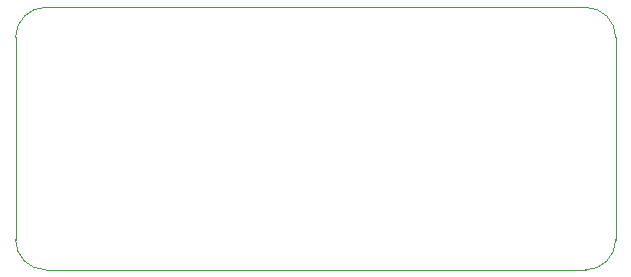
<source format=gbr>
%TF.GenerationSoftware,KiCad,Pcbnew,(6.0.7)*%
%TF.CreationDate,2022-12-19T16:29:32-08:00*%
%TF.ProjectId,Intermediary_revC_4layer,496e7465-726d-4656-9469-6172795f7265,rev?*%
%TF.SameCoordinates,Original*%
%TF.FileFunction,Profile,NP*%
%FSLAX46Y46*%
G04 Gerber Fmt 4.6, Leading zero omitted, Abs format (unit mm)*
G04 Created by KiCad (PCBNEW (6.0.7)) date 2022-12-19 16:29:32*
%MOMM*%
%LPD*%
G01*
G04 APERTURE LIST*
%TA.AperFunction,Profile*%
%ADD10C,0.100000*%
%TD*%
G04 APERTURE END LIST*
D10*
X167640000Y-106045000D02*
G75*
G03*
X170180000Y-103505000I0J2540000D01*
G01*
X121920000Y-83820000D02*
G75*
G03*
X119380000Y-86360000I0J-2540000D01*
G01*
X121920000Y-83820000D02*
X167640000Y-83820000D01*
X170180000Y-86360000D02*
G75*
G03*
X167640000Y-83820000I-2540000J0D01*
G01*
X119380000Y-103505000D02*
X119380000Y-86360000D01*
X167640000Y-106045000D02*
X121920000Y-106045000D01*
X119380000Y-103505000D02*
G75*
G03*
X121920000Y-106045000I2540000J0D01*
G01*
X170180000Y-86360000D02*
X170180000Y-103505000D01*
M02*

</source>
